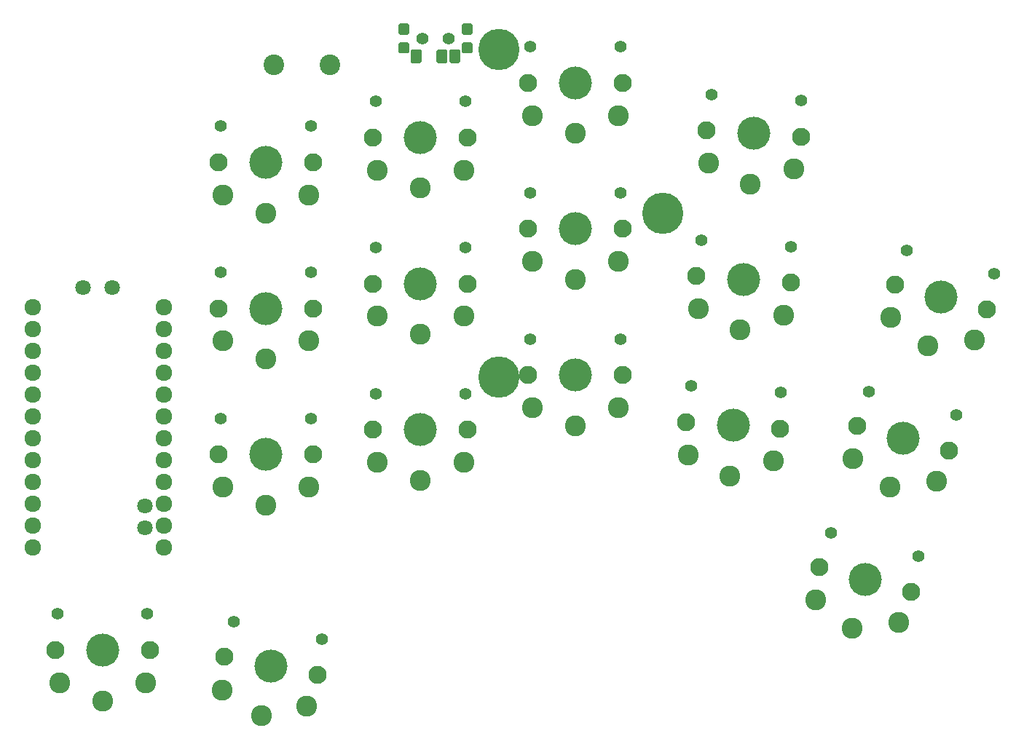
<source format=gbs>
G04 #@! TF.GenerationSoftware,KiCad,Pcbnew,5.1.10*
G04 #@! TF.CreationDate,2021-06-10T13:23:10+01:00*
G04 #@! TF.ProjectId,hypergolic_left,68797065-7267-46f6-9c69-635f6c656674,0.1*
G04 #@! TF.SameCoordinates,Original*
G04 #@! TF.FileFunction,Soldermask,Bot*
G04 #@! TF.FilePolarity,Negative*
%FSLAX46Y46*%
G04 Gerber Fmt 4.6, Leading zero omitted, Abs format (unit mm)*
G04 Created by KiCad (PCBNEW 5.1.10) date 2021-06-10 13:23:10*
%MOMM*%
%LPD*%
G01*
G04 APERTURE LIST*
%ADD10C,2.101800*%
%ADD11C,1.390600*%
%ADD12C,2.432000*%
%ADD13C,3.829000*%
%ADD14C,1.797000*%
%ADD15C,1.924000*%
%ADD16C,4.800000*%
%ADD17C,1.400000*%
%ADD18C,2.400000*%
G04 APERTURE END LIST*
D10*
X64760000Y-75064000D03*
X53760000Y-75064000D03*
D11*
X54040000Y-70864000D03*
D12*
X59260000Y-80964000D03*
X64260000Y-78864000D03*
D13*
X59260000Y-75064000D03*
D12*
X54260000Y-78864000D03*
D11*
X64480000Y-70864000D03*
D10*
X121461302Y-38109261D03*
X110488098Y-37341939D03*
D11*
X111060393Y-33171702D03*
D12*
X115563137Y-43611228D03*
X120697446Y-41865126D03*
D13*
X115974700Y-37725600D03*
D12*
X110721805Y-41167561D03*
D11*
X121474962Y-33899960D03*
D10*
X64760000Y-58064000D03*
X53760000Y-58064000D03*
D11*
X54040000Y-53864000D03*
D12*
X59260000Y-63964000D03*
X64260000Y-61864000D03*
D13*
X59260000Y-58064000D03*
D12*
X54260000Y-61864000D03*
D11*
X64480000Y-53864000D03*
D10*
X45794000Y-97790000D03*
X34794000Y-97790000D03*
D11*
X35074000Y-93590000D03*
D12*
X40294000Y-103690000D03*
X45294000Y-101590000D03*
D13*
X40294000Y-97790000D03*
D12*
X35294000Y-101590000D03*
D11*
X45514000Y-93590000D03*
D10*
X65250950Y-100707449D03*
X54453050Y-98608551D03*
D11*
X55529304Y-94539143D03*
D12*
X58726227Y-105449600D03*
X64035062Y-104342228D03*
D13*
X59852000Y-99658000D03*
D12*
X54218790Y-102434138D03*
D11*
X65777492Y-96531189D03*
D10*
X82760000Y-72189000D03*
X71760000Y-72189000D03*
D11*
X72040000Y-67989000D03*
D12*
X77260000Y-78089000D03*
X82260000Y-75989000D03*
D13*
X77260000Y-72189000D03*
D12*
X72260000Y-75989000D03*
D11*
X82480000Y-67989000D03*
D10*
X100760000Y-65814000D03*
X89760000Y-65814000D03*
D11*
X90040000Y-61614000D03*
D12*
X95260000Y-71714000D03*
X100260000Y-69614000D03*
D13*
X95260000Y-65814000D03*
D12*
X90260000Y-69614000D03*
D11*
X100480000Y-61614000D03*
D10*
X119089302Y-72031361D03*
X108116098Y-71264039D03*
D11*
X108688393Y-67093802D03*
D12*
X113191137Y-77533328D03*
X118325446Y-75787226D03*
D13*
X113602700Y-71647700D03*
D12*
X108349805Y-75089661D03*
D11*
X119102962Y-67822060D03*
D10*
X82760000Y-55184000D03*
X71760000Y-55184000D03*
D11*
X72040000Y-50984000D03*
D12*
X77260000Y-61084000D03*
X82260000Y-58984000D03*
D13*
X77260000Y-55184000D03*
D12*
X72260000Y-58984000D03*
D11*
X82480000Y-50984000D03*
D10*
X100760000Y-48814000D03*
X89760000Y-48814000D03*
D11*
X90040000Y-44614000D03*
D12*
X95260000Y-54714000D03*
X100260000Y-52614000D03*
D13*
X95260000Y-48814000D03*
D12*
X90260000Y-52614000D03*
D11*
X100480000Y-44614000D03*
D10*
X120275502Y-55067861D03*
X109302298Y-54300539D03*
D11*
X109874593Y-50130302D03*
D12*
X114377337Y-60569828D03*
X119511646Y-58823726D03*
D13*
X114788900Y-54684200D03*
D12*
X109536005Y-58126161D03*
D11*
X120289162Y-50858560D03*
D10*
X64760000Y-41064000D03*
X53760000Y-41064000D03*
D11*
X54040000Y-36864000D03*
D12*
X59260000Y-46964000D03*
X64260000Y-44864000D03*
D13*
X59260000Y-41064000D03*
D12*
X54260000Y-44864000D03*
D11*
X64480000Y-36864000D03*
D10*
X82760000Y-38184000D03*
X71760000Y-38184000D03*
D11*
X72040000Y-33984000D03*
D12*
X77260000Y-44084000D03*
X82260000Y-41984000D03*
D13*
X77260000Y-38184000D03*
D12*
X72260000Y-41984000D03*
D11*
X82480000Y-33984000D03*
D10*
X100760000Y-31824000D03*
X89760000Y-31824000D03*
D11*
X90040000Y-27624000D03*
D12*
X95260000Y-37724000D03*
X100260000Y-35624000D03*
D13*
X95260000Y-31824000D03*
D12*
X90260000Y-35624000D03*
D11*
X100480000Y-27624000D03*
D14*
X45212000Y-81026000D03*
X45212000Y-83566000D03*
D15*
X32166600Y-57912000D03*
X32166600Y-60452000D03*
X32166600Y-62992000D03*
X32166600Y-65532000D03*
X32166600Y-68072000D03*
X32166600Y-70612000D03*
X32166600Y-73152000D03*
X32166600Y-75692000D03*
X32166600Y-78232000D03*
X32166600Y-80772000D03*
X32166600Y-83312000D03*
X32166600Y-85852000D03*
X47386600Y-85852000D03*
X47386600Y-83312000D03*
X47386600Y-80772000D03*
X47386600Y-78232000D03*
X47386600Y-75692000D03*
X47386600Y-73152000D03*
X47386600Y-70612000D03*
X47386600Y-68072000D03*
X47386600Y-65532000D03*
X47386600Y-62992000D03*
X47386600Y-60452000D03*
X47386600Y-57912000D03*
D14*
X41402000Y-55626000D03*
D16*
X105410000Y-46990000D03*
X86360000Y-66040000D03*
X86360000Y-27940000D03*
D10*
X134280092Y-91009205D03*
X123654908Y-88162195D03*
D11*
X125012407Y-84177776D03*
D12*
X127440468Y-95284662D03*
X132813617Y-94550313D03*
D13*
X128967500Y-89585700D03*
D12*
X123154358Y-91962123D03*
D11*
X135096673Y-86879847D03*
D10*
X138681292Y-74583605D03*
X128056108Y-71736595D03*
D11*
X129413607Y-67752176D03*
D12*
X131841668Y-78859062D03*
X137214817Y-78124713D03*
D13*
X133368700Y-73160100D03*
D12*
X127555558Y-75536523D03*
D11*
X139497873Y-70454247D03*
D10*
X143081192Y-58162905D03*
X132456008Y-55315895D03*
D11*
X133813507Y-51331476D03*
D12*
X136241568Y-62438362D03*
X141614717Y-61704013D03*
D13*
X137768600Y-56739400D03*
D12*
X131955458Y-59115823D03*
D11*
X143897773Y-54033547D03*
G36*
G01*
X83344000Y-25120000D02*
X83344000Y-26020000D01*
G75*
G02*
X83144000Y-26220000I-200000J0D01*
G01*
X82244000Y-26220000D01*
G75*
G02*
X82044000Y-26020000I0J200000D01*
G01*
X82044000Y-25120000D01*
G75*
G02*
X82244000Y-24920000I200000J0D01*
G01*
X83144000Y-24920000D01*
G75*
G02*
X83344000Y-25120000I0J-200000D01*
G01*
G37*
G36*
G01*
X83344000Y-27320000D02*
X83344000Y-28220000D01*
G75*
G02*
X83144000Y-28420000I-200000J0D01*
G01*
X82244000Y-28420000D01*
G75*
G02*
X82044000Y-28220000I0J200000D01*
G01*
X82044000Y-27320000D01*
G75*
G02*
X82244000Y-27120000I200000J0D01*
G01*
X83144000Y-27120000D01*
G75*
G02*
X83344000Y-27320000I0J-200000D01*
G01*
G37*
G36*
G01*
X75944000Y-27320000D02*
X75944000Y-28220000D01*
G75*
G02*
X75744000Y-28420000I-200000J0D01*
G01*
X74844000Y-28420000D01*
G75*
G02*
X74644000Y-28220000I0J200000D01*
G01*
X74644000Y-27320000D01*
G75*
G02*
X74844000Y-27120000I200000J0D01*
G01*
X75744000Y-27120000D01*
G75*
G02*
X75944000Y-27320000I0J-200000D01*
G01*
G37*
G36*
G01*
X75944000Y-25120000D02*
X75944000Y-26020000D01*
G75*
G02*
X75744000Y-26220000I-200000J0D01*
G01*
X74844000Y-26220000D01*
G75*
G02*
X74644000Y-26020000I0J200000D01*
G01*
X74644000Y-25120000D01*
G75*
G02*
X74844000Y-24920000I200000J0D01*
G01*
X75744000Y-24920000D01*
G75*
G02*
X75944000Y-25120000I0J-200000D01*
G01*
G37*
G36*
G01*
X77394000Y-28120000D02*
X77394000Y-29370000D01*
G75*
G02*
X77194000Y-29570000I-200000J0D01*
G01*
X76294000Y-29570000D01*
G75*
G02*
X76094000Y-29370000I0J200000D01*
G01*
X76094000Y-28120000D01*
G75*
G02*
X76294000Y-27920000I200000J0D01*
G01*
X77194000Y-27920000D01*
G75*
G02*
X77394000Y-28120000I0J-200000D01*
G01*
G37*
G36*
G01*
X81894000Y-28120000D02*
X81894000Y-29370000D01*
G75*
G02*
X81694000Y-29570000I-200000J0D01*
G01*
X80794000Y-29570000D01*
G75*
G02*
X80594000Y-29370000I0J200000D01*
G01*
X80594000Y-28120000D01*
G75*
G02*
X80794000Y-27920000I200000J0D01*
G01*
X81694000Y-27920000D01*
G75*
G02*
X81894000Y-28120000I0J-200000D01*
G01*
G37*
G36*
G01*
X80394000Y-28120000D02*
X80394000Y-29370000D01*
G75*
G02*
X80194000Y-29570000I-200000J0D01*
G01*
X79294000Y-29570000D01*
G75*
G02*
X79094000Y-29370000I0J200000D01*
G01*
X79094000Y-28120000D01*
G75*
G02*
X79294000Y-27920000I200000J0D01*
G01*
X80194000Y-27920000D01*
G75*
G02*
X80394000Y-28120000I0J-200000D01*
G01*
G37*
D17*
X80494000Y-26670000D03*
X77494000Y-26670000D03*
D18*
X66698000Y-29718000D03*
X60198000Y-29718000D03*
D14*
X37998000Y-55626000D03*
M02*

</source>
